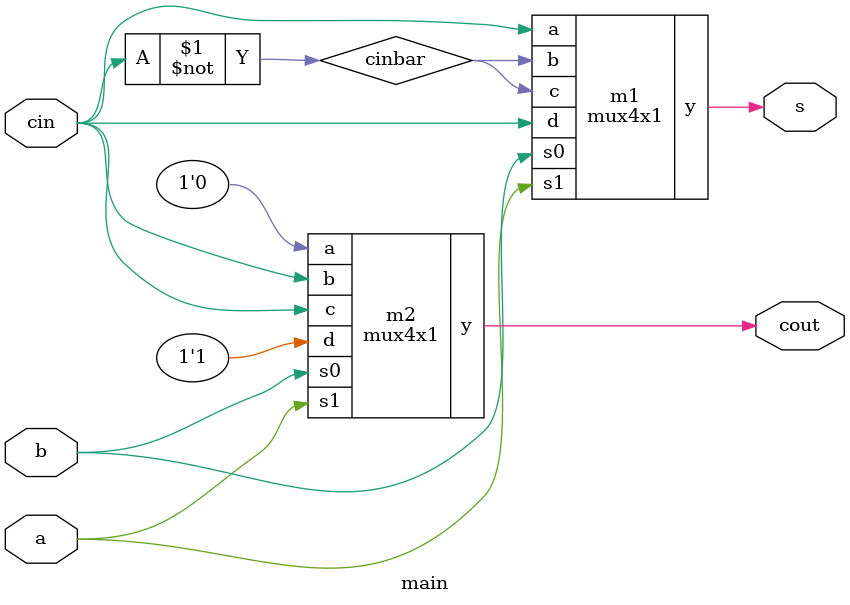
<source format=v>
module mux4x1(a, b, c, d, s1, s0, y);
    input a, b, c, d, s0, s1;
    output y;
    
    assign y = s1 ? (s0 ? d : c) : (s0 ? b : a);
endmodule

module main(a, b, cin, s, cout);

    input a, b, cin;
    output s, cout;

    wire cinbar;

    assign cinbar = ~cin;

    mux4x1 m1(cin, cinbar, cinbar, cin, a, b, s);
    mux4x1 m2(1'b0, cin, cin, 1'b1, a, b, cout);

endmodule
</source>
